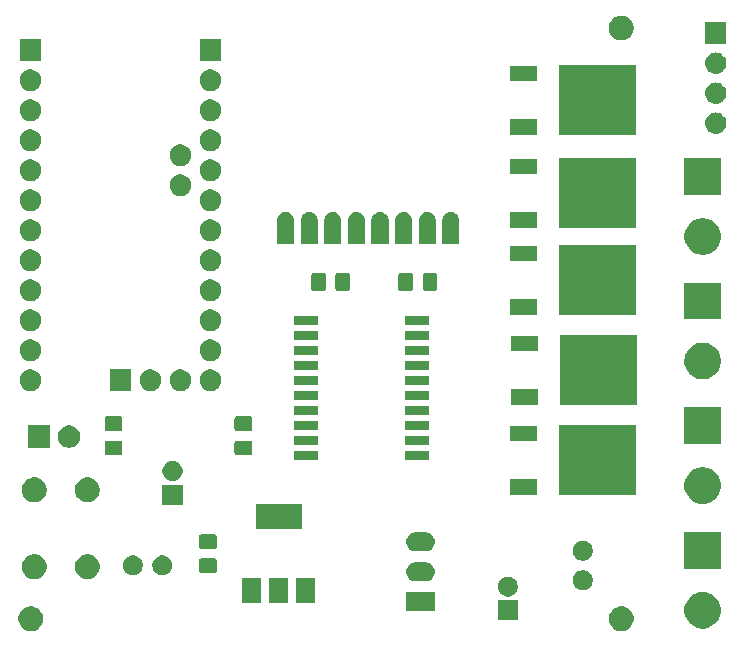
<source format=gbr>
G04 #@! TF.GenerationSoftware,KiCad,Pcbnew,(5.1.0-rc1-9-g8f320697a)*
G04 #@! TF.CreationDate,2019-02-20T21:31:05+01:00
G04 #@! TF.ProjectId,kicad,6b696361-642e-46b6-9963-61645f706362,rev?*
G04 #@! TF.SameCoordinates,Original*
G04 #@! TF.FileFunction,Soldermask,Top*
G04 #@! TF.FilePolarity,Negative*
%FSLAX46Y46*%
G04 Gerber Fmt 4.6, Leading zero omitted, Abs format (unit mm)*
G04 Created by KiCad (PCBNEW (5.1.0-rc1-9-g8f320697a)) date 2019-02-20 21:31:05*
%MOMM*%
%LPD*%
G04 APERTURE LIST*
%ADD10C,0.100000*%
G04 APERTURE END LIST*
D10*
G36*
X209306564Y-97489389D02*
G01*
X209497833Y-97568615D01*
X209497835Y-97568616D01*
X209600538Y-97637240D01*
X209669973Y-97683635D01*
X209816365Y-97830027D01*
X209931385Y-98002167D01*
X210010611Y-98193436D01*
X210051000Y-98396484D01*
X210051000Y-98603516D01*
X210010611Y-98806564D01*
X209932666Y-98994740D01*
X209931384Y-98997835D01*
X209816365Y-99169973D01*
X209669973Y-99316365D01*
X209497835Y-99431384D01*
X209497834Y-99431385D01*
X209497833Y-99431385D01*
X209306564Y-99510611D01*
X209103516Y-99551000D01*
X208896484Y-99551000D01*
X208693436Y-99510611D01*
X208502167Y-99431385D01*
X208502166Y-99431385D01*
X208502165Y-99431384D01*
X208330027Y-99316365D01*
X208183635Y-99169973D01*
X208068616Y-98997835D01*
X208067334Y-98994740D01*
X207989389Y-98806564D01*
X207949000Y-98603516D01*
X207949000Y-98396484D01*
X207989389Y-98193436D01*
X208068615Y-98002167D01*
X208183635Y-97830027D01*
X208330027Y-97683635D01*
X208399462Y-97637240D01*
X208502165Y-97568616D01*
X208502167Y-97568615D01*
X208693436Y-97489389D01*
X208896484Y-97449000D01*
X209103516Y-97449000D01*
X209306564Y-97489389D01*
X209306564Y-97489389D01*
G37*
G36*
X159306564Y-97489389D02*
G01*
X159497833Y-97568615D01*
X159497835Y-97568616D01*
X159600538Y-97637240D01*
X159669973Y-97683635D01*
X159816365Y-97830027D01*
X159931385Y-98002167D01*
X160010611Y-98193436D01*
X160051000Y-98396484D01*
X160051000Y-98603516D01*
X160010611Y-98806564D01*
X159932666Y-98994740D01*
X159931384Y-98997835D01*
X159816365Y-99169973D01*
X159669973Y-99316365D01*
X159497835Y-99431384D01*
X159497834Y-99431385D01*
X159497833Y-99431385D01*
X159306564Y-99510611D01*
X159103516Y-99551000D01*
X158896484Y-99551000D01*
X158693436Y-99510611D01*
X158502167Y-99431385D01*
X158502166Y-99431385D01*
X158502165Y-99431384D01*
X158330027Y-99316365D01*
X158183635Y-99169973D01*
X158068616Y-98997835D01*
X158067334Y-98994740D01*
X157989389Y-98806564D01*
X157949000Y-98603516D01*
X157949000Y-98396484D01*
X157989389Y-98193436D01*
X158068615Y-98002167D01*
X158183635Y-97830027D01*
X158330027Y-97683635D01*
X158399462Y-97637240D01*
X158502165Y-97568616D01*
X158502167Y-97568615D01*
X158693436Y-97489389D01*
X158896484Y-97449000D01*
X159103516Y-97449000D01*
X159306564Y-97489389D01*
X159306564Y-97489389D01*
G37*
G36*
X216202585Y-96268802D02*
G01*
X216352410Y-96298604D01*
X216634674Y-96415521D01*
X216888705Y-96585259D01*
X217104741Y-96801295D01*
X217274479Y-97055326D01*
X217391396Y-97337590D01*
X217451000Y-97637240D01*
X217451000Y-97942760D01*
X217391396Y-98242410D01*
X217274479Y-98524674D01*
X217104741Y-98778705D01*
X216888705Y-98994741D01*
X216634674Y-99164479D01*
X216352410Y-99281396D01*
X216202585Y-99311198D01*
X216052761Y-99341000D01*
X215747239Y-99341000D01*
X215597415Y-99311198D01*
X215447590Y-99281396D01*
X215165326Y-99164479D01*
X214911295Y-98994741D01*
X214695259Y-98778705D01*
X214525521Y-98524674D01*
X214408604Y-98242410D01*
X214349000Y-97942760D01*
X214349000Y-97637240D01*
X214408604Y-97337590D01*
X214525521Y-97055326D01*
X214695259Y-96801295D01*
X214911295Y-96585259D01*
X215165326Y-96415521D01*
X215447590Y-96298604D01*
X215597415Y-96268802D01*
X215747239Y-96239000D01*
X216052761Y-96239000D01*
X216202585Y-96268802D01*
X216202585Y-96268802D01*
G37*
G36*
X200241000Y-98641000D02*
G01*
X198539000Y-98641000D01*
X198539000Y-96939000D01*
X200241000Y-96939000D01*
X200241000Y-98641000D01*
X200241000Y-98641000D01*
G37*
G36*
X193201000Y-97881000D02*
G01*
X190799000Y-97881000D01*
X190799000Y-96279000D01*
X193201000Y-96279000D01*
X193201000Y-97881000D01*
X193201000Y-97881000D01*
G37*
G36*
X178501000Y-97201000D02*
G01*
X176899000Y-97201000D01*
X176899000Y-95099000D01*
X178501000Y-95099000D01*
X178501000Y-97201000D01*
X178501000Y-97201000D01*
G37*
G36*
X183101000Y-97201000D02*
G01*
X181499000Y-97201000D01*
X181499000Y-95099000D01*
X183101000Y-95099000D01*
X183101000Y-97201000D01*
X183101000Y-97201000D01*
G37*
G36*
X180801000Y-97201000D02*
G01*
X179199000Y-97201000D01*
X179199000Y-95099000D01*
X180801000Y-95099000D01*
X180801000Y-97201000D01*
X180801000Y-97201000D01*
G37*
G36*
X199638228Y-94971703D02*
G01*
X199793100Y-95035853D01*
X199932481Y-95128985D01*
X200051015Y-95247519D01*
X200144147Y-95386900D01*
X200208297Y-95541772D01*
X200241000Y-95706184D01*
X200241000Y-95873816D01*
X200208297Y-96038228D01*
X200144147Y-96193100D01*
X200051015Y-96332481D01*
X199932481Y-96451015D01*
X199793100Y-96544147D01*
X199638228Y-96608297D01*
X199473816Y-96641000D01*
X199306184Y-96641000D01*
X199141772Y-96608297D01*
X198986900Y-96544147D01*
X198847519Y-96451015D01*
X198728985Y-96332481D01*
X198635853Y-96193100D01*
X198571703Y-96038228D01*
X198539000Y-95873816D01*
X198539000Y-95706184D01*
X198571703Y-95541772D01*
X198635853Y-95386900D01*
X198728985Y-95247519D01*
X198847519Y-95128985D01*
X198986900Y-95035853D01*
X199141772Y-94971703D01*
X199306184Y-94939000D01*
X199473816Y-94939000D01*
X199638228Y-94971703D01*
X199638228Y-94971703D01*
G37*
G36*
X205988228Y-94431703D02*
G01*
X206143100Y-94495853D01*
X206282481Y-94588985D01*
X206401015Y-94707519D01*
X206494147Y-94846900D01*
X206558297Y-95001772D01*
X206591000Y-95166184D01*
X206591000Y-95333816D01*
X206558297Y-95498228D01*
X206494147Y-95653100D01*
X206401015Y-95792481D01*
X206282481Y-95911015D01*
X206143100Y-96004147D01*
X205988228Y-96068297D01*
X205823816Y-96101000D01*
X205656184Y-96101000D01*
X205491772Y-96068297D01*
X205336900Y-96004147D01*
X205197519Y-95911015D01*
X205078985Y-95792481D01*
X204985853Y-95653100D01*
X204921703Y-95498228D01*
X204889000Y-95333816D01*
X204889000Y-95166184D01*
X204921703Y-95001772D01*
X204985853Y-94846900D01*
X205078985Y-94707519D01*
X205197519Y-94588985D01*
X205336900Y-94495853D01*
X205491772Y-94431703D01*
X205656184Y-94399000D01*
X205823816Y-94399000D01*
X205988228Y-94431703D01*
X205988228Y-94431703D01*
G37*
G36*
X192478571Y-93742863D02*
G01*
X192557023Y-93750590D01*
X192657682Y-93781125D01*
X192708013Y-93796392D01*
X192847165Y-93870771D01*
X192969133Y-93970867D01*
X193069229Y-94092835D01*
X193143608Y-94231987D01*
X193148535Y-94248229D01*
X193189410Y-94382977D01*
X193204875Y-94540000D01*
X193189410Y-94697023D01*
X193172081Y-94754148D01*
X193143608Y-94848013D01*
X193069229Y-94987165D01*
X192969133Y-95109133D01*
X192847165Y-95209229D01*
X192708013Y-95283608D01*
X192657682Y-95298875D01*
X192557023Y-95329410D01*
X192478571Y-95337137D01*
X192439346Y-95341000D01*
X191560654Y-95341000D01*
X191521429Y-95337137D01*
X191442977Y-95329410D01*
X191342318Y-95298875D01*
X191291987Y-95283608D01*
X191152835Y-95209229D01*
X191030867Y-95109133D01*
X190930771Y-94987165D01*
X190856392Y-94848013D01*
X190827919Y-94754148D01*
X190810590Y-94697023D01*
X190795125Y-94540000D01*
X190810590Y-94382977D01*
X190851465Y-94248229D01*
X190856392Y-94231987D01*
X190930771Y-94092835D01*
X191030867Y-93970867D01*
X191152835Y-93870771D01*
X191291987Y-93796392D01*
X191342318Y-93781125D01*
X191442977Y-93750590D01*
X191521429Y-93742863D01*
X191560654Y-93739000D01*
X192439346Y-93739000D01*
X192478571Y-93742863D01*
X192478571Y-93742863D01*
G37*
G36*
X164106564Y-93089389D02*
G01*
X164260369Y-93153097D01*
X164297835Y-93168616D01*
X164469973Y-93283635D01*
X164616365Y-93430027D01*
X164730606Y-93601000D01*
X164731385Y-93602167D01*
X164810611Y-93793436D01*
X164851000Y-93996484D01*
X164851000Y-94203516D01*
X164810611Y-94406564D01*
X164755340Y-94540000D01*
X164731384Y-94597835D01*
X164616365Y-94769973D01*
X164469973Y-94916365D01*
X164297835Y-95031384D01*
X164297834Y-95031385D01*
X164297833Y-95031385D01*
X164106564Y-95110611D01*
X163903516Y-95151000D01*
X163696484Y-95151000D01*
X163493436Y-95110611D01*
X163302167Y-95031385D01*
X163302166Y-95031385D01*
X163302165Y-95031384D01*
X163130027Y-94916365D01*
X162983635Y-94769973D01*
X162868616Y-94597835D01*
X162844660Y-94540000D01*
X162789389Y-94406564D01*
X162749000Y-94203516D01*
X162749000Y-93996484D01*
X162789389Y-93793436D01*
X162868615Y-93602167D01*
X162869395Y-93601000D01*
X162983635Y-93430027D01*
X163130027Y-93283635D01*
X163302165Y-93168616D01*
X163339631Y-93153097D01*
X163493436Y-93089389D01*
X163696484Y-93049000D01*
X163903516Y-93049000D01*
X164106564Y-93089389D01*
X164106564Y-93089389D01*
G37*
G36*
X159606564Y-93089389D02*
G01*
X159760369Y-93153097D01*
X159797835Y-93168616D01*
X159969973Y-93283635D01*
X160116365Y-93430027D01*
X160230606Y-93601000D01*
X160231385Y-93602167D01*
X160310611Y-93793436D01*
X160351000Y-93996484D01*
X160351000Y-94203516D01*
X160310611Y-94406564D01*
X160255340Y-94540000D01*
X160231384Y-94597835D01*
X160116365Y-94769973D01*
X159969973Y-94916365D01*
X159797835Y-95031384D01*
X159797834Y-95031385D01*
X159797833Y-95031385D01*
X159606564Y-95110611D01*
X159403516Y-95151000D01*
X159196484Y-95151000D01*
X158993436Y-95110611D01*
X158802167Y-95031385D01*
X158802166Y-95031385D01*
X158802165Y-95031384D01*
X158630027Y-94916365D01*
X158483635Y-94769973D01*
X158368616Y-94597835D01*
X158344660Y-94540000D01*
X158289389Y-94406564D01*
X158249000Y-94203516D01*
X158249000Y-93996484D01*
X158289389Y-93793436D01*
X158368615Y-93602167D01*
X158369395Y-93601000D01*
X158483635Y-93430027D01*
X158630027Y-93283635D01*
X158802165Y-93168616D01*
X158839631Y-93153097D01*
X158993436Y-93089389D01*
X159196484Y-93049000D01*
X159403516Y-93049000D01*
X159606564Y-93089389D01*
X159606564Y-93089389D01*
G37*
G36*
X167888228Y-93181703D02*
G01*
X168043100Y-93245853D01*
X168182481Y-93338985D01*
X168301015Y-93457519D01*
X168394147Y-93596900D01*
X168458297Y-93751772D01*
X168491000Y-93916184D01*
X168491000Y-94083816D01*
X168458297Y-94248228D01*
X168394147Y-94403100D01*
X168301015Y-94542481D01*
X168182481Y-94661015D01*
X168043100Y-94754147D01*
X167888228Y-94818297D01*
X167723816Y-94851000D01*
X167556184Y-94851000D01*
X167391772Y-94818297D01*
X167236900Y-94754147D01*
X167097519Y-94661015D01*
X166978985Y-94542481D01*
X166885853Y-94403100D01*
X166821703Y-94248228D01*
X166789000Y-94083816D01*
X166789000Y-93916184D01*
X166821703Y-93751772D01*
X166885853Y-93596900D01*
X166978985Y-93457519D01*
X167097519Y-93338985D01*
X167236900Y-93245853D01*
X167391772Y-93181703D01*
X167556184Y-93149000D01*
X167723816Y-93149000D01*
X167888228Y-93181703D01*
X167888228Y-93181703D01*
G37*
G36*
X170388228Y-93181703D02*
G01*
X170543100Y-93245853D01*
X170682481Y-93338985D01*
X170801015Y-93457519D01*
X170894147Y-93596900D01*
X170958297Y-93751772D01*
X170991000Y-93916184D01*
X170991000Y-94083816D01*
X170958297Y-94248228D01*
X170894147Y-94403100D01*
X170801015Y-94542481D01*
X170682481Y-94661015D01*
X170543100Y-94754147D01*
X170388228Y-94818297D01*
X170223816Y-94851000D01*
X170056184Y-94851000D01*
X169891772Y-94818297D01*
X169736900Y-94754147D01*
X169597519Y-94661015D01*
X169478985Y-94542481D01*
X169385853Y-94403100D01*
X169321703Y-94248228D01*
X169289000Y-94083816D01*
X169289000Y-93916184D01*
X169321703Y-93751772D01*
X169385853Y-93596900D01*
X169478985Y-93457519D01*
X169597519Y-93338985D01*
X169736900Y-93245853D01*
X169891772Y-93181703D01*
X170056184Y-93149000D01*
X170223816Y-93149000D01*
X170388228Y-93181703D01*
X170388228Y-93181703D01*
G37*
G36*
X174588674Y-93403465D02*
G01*
X174626367Y-93414899D01*
X174661103Y-93433466D01*
X174691548Y-93458452D01*
X174716534Y-93488897D01*
X174735101Y-93523633D01*
X174746535Y-93561326D01*
X174751000Y-93606661D01*
X174751000Y-94443339D01*
X174746535Y-94488674D01*
X174735101Y-94526367D01*
X174716534Y-94561103D01*
X174691548Y-94591548D01*
X174661103Y-94616534D01*
X174626367Y-94635101D01*
X174588674Y-94646535D01*
X174543339Y-94651000D01*
X173456661Y-94651000D01*
X173411326Y-94646535D01*
X173373633Y-94635101D01*
X173338897Y-94616534D01*
X173308452Y-94591548D01*
X173283466Y-94561103D01*
X173264899Y-94526367D01*
X173253465Y-94488674D01*
X173249000Y-94443339D01*
X173249000Y-93606661D01*
X173253465Y-93561326D01*
X173264899Y-93523633D01*
X173283466Y-93488897D01*
X173308452Y-93458452D01*
X173338897Y-93433466D01*
X173373633Y-93414899D01*
X173411326Y-93403465D01*
X173456661Y-93399000D01*
X174543339Y-93399000D01*
X174588674Y-93403465D01*
X174588674Y-93403465D01*
G37*
G36*
X217451000Y-94261000D02*
G01*
X214349000Y-94261000D01*
X214349000Y-91159000D01*
X217451000Y-91159000D01*
X217451000Y-94261000D01*
X217451000Y-94261000D01*
G37*
G36*
X205988228Y-91931703D02*
G01*
X206143100Y-91995853D01*
X206282481Y-92088985D01*
X206401015Y-92207519D01*
X206494147Y-92346900D01*
X206558297Y-92501772D01*
X206591000Y-92666184D01*
X206591000Y-92833816D01*
X206558297Y-92998228D01*
X206494147Y-93153100D01*
X206401015Y-93292481D01*
X206282481Y-93411015D01*
X206143100Y-93504147D01*
X205988228Y-93568297D01*
X205823816Y-93601000D01*
X205656184Y-93601000D01*
X205491772Y-93568297D01*
X205336900Y-93504147D01*
X205197519Y-93411015D01*
X205078985Y-93292481D01*
X204985853Y-93153100D01*
X204921703Y-92998228D01*
X204889000Y-92833816D01*
X204889000Y-92666184D01*
X204921703Y-92501772D01*
X204985853Y-92346900D01*
X205078985Y-92207519D01*
X205197519Y-92088985D01*
X205336900Y-91995853D01*
X205491772Y-91931703D01*
X205656184Y-91899000D01*
X205823816Y-91899000D01*
X205988228Y-91931703D01*
X205988228Y-91931703D01*
G37*
G36*
X192478571Y-91202863D02*
G01*
X192557023Y-91210590D01*
X192657682Y-91241125D01*
X192708013Y-91256392D01*
X192847165Y-91330771D01*
X192969133Y-91430867D01*
X193069229Y-91552835D01*
X193143608Y-91691987D01*
X193143608Y-91691988D01*
X193189410Y-91842977D01*
X193204875Y-92000000D01*
X193189410Y-92157023D01*
X193174092Y-92207519D01*
X193143608Y-92308013D01*
X193069229Y-92447165D01*
X192969133Y-92569133D01*
X192847165Y-92669229D01*
X192708013Y-92743608D01*
X192657682Y-92758875D01*
X192557023Y-92789410D01*
X192478571Y-92797137D01*
X192439346Y-92801000D01*
X191560654Y-92801000D01*
X191521429Y-92797137D01*
X191442977Y-92789410D01*
X191342318Y-92758875D01*
X191291987Y-92743608D01*
X191152835Y-92669229D01*
X191030867Y-92569133D01*
X190930771Y-92447165D01*
X190856392Y-92308013D01*
X190825908Y-92207519D01*
X190810590Y-92157023D01*
X190795125Y-92000000D01*
X190810590Y-91842977D01*
X190856392Y-91691988D01*
X190856392Y-91691987D01*
X190930771Y-91552835D01*
X191030867Y-91430867D01*
X191152835Y-91330771D01*
X191291987Y-91256392D01*
X191342318Y-91241125D01*
X191442977Y-91210590D01*
X191521429Y-91202863D01*
X191560654Y-91199000D01*
X192439346Y-91199000D01*
X192478571Y-91202863D01*
X192478571Y-91202863D01*
G37*
G36*
X174588674Y-91353465D02*
G01*
X174626367Y-91364899D01*
X174661103Y-91383466D01*
X174691548Y-91408452D01*
X174716534Y-91438897D01*
X174735101Y-91473633D01*
X174746535Y-91511326D01*
X174751000Y-91556661D01*
X174751000Y-92393339D01*
X174746535Y-92438674D01*
X174735101Y-92476367D01*
X174716534Y-92511103D01*
X174691548Y-92541548D01*
X174661103Y-92566534D01*
X174626367Y-92585101D01*
X174588674Y-92596535D01*
X174543339Y-92601000D01*
X173456661Y-92601000D01*
X173411326Y-92596535D01*
X173373633Y-92585101D01*
X173338897Y-92566534D01*
X173308452Y-92541548D01*
X173283466Y-92511103D01*
X173264899Y-92476367D01*
X173253465Y-92438674D01*
X173249000Y-92393339D01*
X173249000Y-91556661D01*
X173253465Y-91511326D01*
X173264899Y-91473633D01*
X173283466Y-91438897D01*
X173308452Y-91408452D01*
X173338897Y-91383466D01*
X173373633Y-91364899D01*
X173411326Y-91353465D01*
X173456661Y-91349000D01*
X174543339Y-91349000D01*
X174588674Y-91353465D01*
X174588674Y-91353465D01*
G37*
G36*
X181951000Y-90901000D02*
G01*
X178049000Y-90901000D01*
X178049000Y-88799000D01*
X181951000Y-88799000D01*
X181951000Y-90901000D01*
X181951000Y-90901000D01*
G37*
G36*
X171851000Y-88851000D02*
G01*
X170149000Y-88851000D01*
X170149000Y-87149000D01*
X171851000Y-87149000D01*
X171851000Y-88851000D01*
X171851000Y-88851000D01*
G37*
G36*
X216202585Y-85728802D02*
G01*
X216352410Y-85758604D01*
X216634674Y-85875521D01*
X216888705Y-86045259D01*
X217104741Y-86261295D01*
X217274479Y-86515326D01*
X217391396Y-86797590D01*
X217451000Y-87097240D01*
X217451000Y-87402760D01*
X217391396Y-87702410D01*
X217274479Y-87984674D01*
X217104741Y-88238705D01*
X216888705Y-88454741D01*
X216634674Y-88624479D01*
X216352410Y-88741396D01*
X216202585Y-88771198D01*
X216052761Y-88801000D01*
X215747239Y-88801000D01*
X215597415Y-88771198D01*
X215447590Y-88741396D01*
X215165326Y-88624479D01*
X214911295Y-88454741D01*
X214695259Y-88238705D01*
X214525521Y-87984674D01*
X214408604Y-87702410D01*
X214349000Y-87402760D01*
X214349000Y-87097240D01*
X214408604Y-86797590D01*
X214525521Y-86515326D01*
X214695259Y-86261295D01*
X214911295Y-86045259D01*
X215165326Y-85875521D01*
X215447590Y-85758604D01*
X215597415Y-85728802D01*
X215747239Y-85699000D01*
X216052761Y-85699000D01*
X216202585Y-85728802D01*
X216202585Y-85728802D01*
G37*
G36*
X159606564Y-86589389D02*
G01*
X159797833Y-86668615D01*
X159797835Y-86668616D01*
X159969973Y-86783635D01*
X160116365Y-86930027D01*
X160228093Y-87097239D01*
X160231385Y-87102167D01*
X160310611Y-87293436D01*
X160351000Y-87496484D01*
X160351000Y-87703516D01*
X160310611Y-87906564D01*
X160263210Y-88021000D01*
X160231384Y-88097835D01*
X160116365Y-88269973D01*
X159969973Y-88416365D01*
X159797835Y-88531384D01*
X159797834Y-88531385D01*
X159797833Y-88531385D01*
X159606564Y-88610611D01*
X159403516Y-88651000D01*
X159196484Y-88651000D01*
X158993436Y-88610611D01*
X158802167Y-88531385D01*
X158802166Y-88531385D01*
X158802165Y-88531384D01*
X158630027Y-88416365D01*
X158483635Y-88269973D01*
X158368616Y-88097835D01*
X158336790Y-88021000D01*
X158289389Y-87906564D01*
X158249000Y-87703516D01*
X158249000Y-87496484D01*
X158289389Y-87293436D01*
X158368615Y-87102167D01*
X158371908Y-87097239D01*
X158483635Y-86930027D01*
X158630027Y-86783635D01*
X158802165Y-86668616D01*
X158802167Y-86668615D01*
X158993436Y-86589389D01*
X159196484Y-86549000D01*
X159403516Y-86549000D01*
X159606564Y-86589389D01*
X159606564Y-86589389D01*
G37*
G36*
X164106564Y-86589389D02*
G01*
X164297833Y-86668615D01*
X164297835Y-86668616D01*
X164469973Y-86783635D01*
X164616365Y-86930027D01*
X164728093Y-87097239D01*
X164731385Y-87102167D01*
X164810611Y-87293436D01*
X164851000Y-87496484D01*
X164851000Y-87703516D01*
X164810611Y-87906564D01*
X164763210Y-88021000D01*
X164731384Y-88097835D01*
X164616365Y-88269973D01*
X164469973Y-88416365D01*
X164297835Y-88531384D01*
X164297834Y-88531385D01*
X164297833Y-88531385D01*
X164106564Y-88610611D01*
X163903516Y-88651000D01*
X163696484Y-88651000D01*
X163493436Y-88610611D01*
X163302167Y-88531385D01*
X163302166Y-88531385D01*
X163302165Y-88531384D01*
X163130027Y-88416365D01*
X162983635Y-88269973D01*
X162868616Y-88097835D01*
X162836790Y-88021000D01*
X162789389Y-87906564D01*
X162749000Y-87703516D01*
X162749000Y-87496484D01*
X162789389Y-87293436D01*
X162868615Y-87102167D01*
X162871908Y-87097239D01*
X162983635Y-86930027D01*
X163130027Y-86783635D01*
X163302165Y-86668616D01*
X163302167Y-86668615D01*
X163493436Y-86589389D01*
X163696484Y-86549000D01*
X163903516Y-86549000D01*
X164106564Y-86589389D01*
X164106564Y-86589389D01*
G37*
G36*
X210261000Y-88041000D02*
G01*
X203759000Y-88041000D01*
X203759000Y-82139000D01*
X210261000Y-82139000D01*
X210261000Y-88041000D01*
X210261000Y-88041000D01*
G37*
G36*
X201861000Y-88021000D02*
G01*
X199559000Y-88021000D01*
X199559000Y-86719000D01*
X201861000Y-86719000D01*
X201861000Y-88021000D01*
X201861000Y-88021000D01*
G37*
G36*
X171248228Y-85181703D02*
G01*
X171403100Y-85245853D01*
X171542481Y-85338985D01*
X171661015Y-85457519D01*
X171754147Y-85596900D01*
X171818297Y-85751772D01*
X171851000Y-85916184D01*
X171851000Y-86083816D01*
X171818297Y-86248228D01*
X171754147Y-86403100D01*
X171661015Y-86542481D01*
X171542481Y-86661015D01*
X171403100Y-86754147D01*
X171248228Y-86818297D01*
X171083816Y-86851000D01*
X170916184Y-86851000D01*
X170751772Y-86818297D01*
X170596900Y-86754147D01*
X170457519Y-86661015D01*
X170338985Y-86542481D01*
X170245853Y-86403100D01*
X170181703Y-86248228D01*
X170149000Y-86083816D01*
X170149000Y-85916184D01*
X170181703Y-85751772D01*
X170245853Y-85596900D01*
X170338985Y-85457519D01*
X170457519Y-85338985D01*
X170596900Y-85245853D01*
X170751772Y-85181703D01*
X170916184Y-85149000D01*
X171083816Y-85149000D01*
X171248228Y-85181703D01*
X171248228Y-85181703D01*
G37*
G36*
X192751000Y-85116000D02*
G01*
X190699000Y-85116000D01*
X190699000Y-84314000D01*
X192751000Y-84314000D01*
X192751000Y-85116000D01*
X192751000Y-85116000D01*
G37*
G36*
X183301000Y-85116000D02*
G01*
X181249000Y-85116000D01*
X181249000Y-84314000D01*
X183301000Y-84314000D01*
X183301000Y-85116000D01*
X183301000Y-85116000D01*
G37*
G36*
X166588674Y-83428465D02*
G01*
X166626367Y-83439899D01*
X166661103Y-83458466D01*
X166691548Y-83483452D01*
X166716534Y-83513897D01*
X166735101Y-83548633D01*
X166746535Y-83586326D01*
X166751000Y-83631661D01*
X166751000Y-84468339D01*
X166746535Y-84513674D01*
X166735101Y-84551367D01*
X166716534Y-84586103D01*
X166691548Y-84616548D01*
X166661103Y-84641534D01*
X166626367Y-84660101D01*
X166588674Y-84671535D01*
X166543339Y-84676000D01*
X165456661Y-84676000D01*
X165411326Y-84671535D01*
X165373633Y-84660101D01*
X165338897Y-84641534D01*
X165308452Y-84616548D01*
X165283466Y-84586103D01*
X165264899Y-84551367D01*
X165253465Y-84513674D01*
X165249000Y-84468339D01*
X165249000Y-83631661D01*
X165253465Y-83586326D01*
X165264899Y-83548633D01*
X165283466Y-83513897D01*
X165308452Y-83483452D01*
X165338897Y-83458466D01*
X165373633Y-83439899D01*
X165411326Y-83428465D01*
X165456661Y-83424000D01*
X166543339Y-83424000D01*
X166588674Y-83428465D01*
X166588674Y-83428465D01*
G37*
G36*
X177588674Y-83428465D02*
G01*
X177626367Y-83439899D01*
X177661103Y-83458466D01*
X177691548Y-83483452D01*
X177716534Y-83513897D01*
X177735101Y-83548633D01*
X177746535Y-83586326D01*
X177751000Y-83631661D01*
X177751000Y-84468339D01*
X177746535Y-84513674D01*
X177735101Y-84551367D01*
X177716534Y-84586103D01*
X177691548Y-84616548D01*
X177661103Y-84641534D01*
X177626367Y-84660101D01*
X177588674Y-84671535D01*
X177543339Y-84676000D01*
X176456661Y-84676000D01*
X176411326Y-84671535D01*
X176373633Y-84660101D01*
X176338897Y-84641534D01*
X176308452Y-84616548D01*
X176283466Y-84586103D01*
X176264899Y-84551367D01*
X176253465Y-84513674D01*
X176249000Y-84468339D01*
X176249000Y-83631661D01*
X176253465Y-83586326D01*
X176264899Y-83548633D01*
X176283466Y-83513897D01*
X176308452Y-83483452D01*
X176338897Y-83458466D01*
X176373633Y-83439899D01*
X176411326Y-83428465D01*
X176456661Y-83424000D01*
X177543339Y-83424000D01*
X177588674Y-83428465D01*
X177588674Y-83428465D01*
G37*
G36*
X160651000Y-84051000D02*
G01*
X158749000Y-84051000D01*
X158749000Y-82149000D01*
X160651000Y-82149000D01*
X160651000Y-84051000D01*
X160651000Y-84051000D01*
G37*
G36*
X162517395Y-82185546D02*
G01*
X162690466Y-82257234D01*
X162690467Y-82257235D01*
X162846227Y-82361310D01*
X162978690Y-82493773D01*
X162978691Y-82493775D01*
X163082766Y-82649534D01*
X163154454Y-82822605D01*
X163191000Y-83006333D01*
X163191000Y-83193667D01*
X163154454Y-83377395D01*
X163082766Y-83550466D01*
X163082765Y-83550467D01*
X162978690Y-83706227D01*
X162846227Y-83838690D01*
X162767818Y-83891081D01*
X162690466Y-83942766D01*
X162517395Y-84014454D01*
X162333667Y-84051000D01*
X162146333Y-84051000D01*
X161962605Y-84014454D01*
X161789534Y-83942766D01*
X161712182Y-83891081D01*
X161633773Y-83838690D01*
X161501310Y-83706227D01*
X161397235Y-83550467D01*
X161397234Y-83550466D01*
X161325546Y-83377395D01*
X161289000Y-83193667D01*
X161289000Y-83006333D01*
X161325546Y-82822605D01*
X161397234Y-82649534D01*
X161501309Y-82493775D01*
X161501310Y-82493773D01*
X161633773Y-82361310D01*
X161789533Y-82257235D01*
X161789534Y-82257234D01*
X161962605Y-82185546D01*
X162146333Y-82149000D01*
X162333667Y-82149000D01*
X162517395Y-82185546D01*
X162517395Y-82185546D01*
G37*
G36*
X192751000Y-83846000D02*
G01*
X190699000Y-83846000D01*
X190699000Y-83044000D01*
X192751000Y-83044000D01*
X192751000Y-83846000D01*
X192751000Y-83846000D01*
G37*
G36*
X183301000Y-83846000D02*
G01*
X181249000Y-83846000D01*
X181249000Y-83044000D01*
X183301000Y-83044000D01*
X183301000Y-83846000D01*
X183301000Y-83846000D01*
G37*
G36*
X217451000Y-83721000D02*
G01*
X214349000Y-83721000D01*
X214349000Y-80619000D01*
X217451000Y-80619000D01*
X217451000Y-83721000D01*
X217451000Y-83721000D01*
G37*
G36*
X201861000Y-83461000D02*
G01*
X199559000Y-83461000D01*
X199559000Y-82159000D01*
X201861000Y-82159000D01*
X201861000Y-83461000D01*
X201861000Y-83461000D01*
G37*
G36*
X166588674Y-81378465D02*
G01*
X166626367Y-81389899D01*
X166661103Y-81408466D01*
X166691548Y-81433452D01*
X166716534Y-81463897D01*
X166735101Y-81498633D01*
X166746535Y-81536326D01*
X166751000Y-81581661D01*
X166751000Y-82418339D01*
X166746535Y-82463674D01*
X166735101Y-82501367D01*
X166716534Y-82536103D01*
X166691548Y-82566548D01*
X166661103Y-82591534D01*
X166626367Y-82610101D01*
X166588674Y-82621535D01*
X166543339Y-82626000D01*
X165456661Y-82626000D01*
X165411326Y-82621535D01*
X165373633Y-82610101D01*
X165338897Y-82591534D01*
X165308452Y-82566548D01*
X165283466Y-82536103D01*
X165264899Y-82501367D01*
X165253465Y-82463674D01*
X165249000Y-82418339D01*
X165249000Y-81581661D01*
X165253465Y-81536326D01*
X165264899Y-81498633D01*
X165283466Y-81463897D01*
X165308452Y-81433452D01*
X165338897Y-81408466D01*
X165373633Y-81389899D01*
X165411326Y-81378465D01*
X165456661Y-81374000D01*
X166543339Y-81374000D01*
X166588674Y-81378465D01*
X166588674Y-81378465D01*
G37*
G36*
X177588674Y-81378465D02*
G01*
X177626367Y-81389899D01*
X177661103Y-81408466D01*
X177691548Y-81433452D01*
X177716534Y-81463897D01*
X177735101Y-81498633D01*
X177746535Y-81536326D01*
X177751000Y-81581661D01*
X177751000Y-82418339D01*
X177746535Y-82463674D01*
X177735101Y-82501367D01*
X177716534Y-82536103D01*
X177691548Y-82566548D01*
X177661103Y-82591534D01*
X177626367Y-82610101D01*
X177588674Y-82621535D01*
X177543339Y-82626000D01*
X176456661Y-82626000D01*
X176411326Y-82621535D01*
X176373633Y-82610101D01*
X176338897Y-82591534D01*
X176308452Y-82566548D01*
X176283466Y-82536103D01*
X176264899Y-82501367D01*
X176253465Y-82463674D01*
X176249000Y-82418339D01*
X176249000Y-81581661D01*
X176253465Y-81536326D01*
X176264899Y-81498633D01*
X176283466Y-81463897D01*
X176308452Y-81433452D01*
X176338897Y-81408466D01*
X176373633Y-81389899D01*
X176411326Y-81378465D01*
X176456661Y-81374000D01*
X177543339Y-81374000D01*
X177588674Y-81378465D01*
X177588674Y-81378465D01*
G37*
G36*
X183301000Y-82576000D02*
G01*
X181249000Y-82576000D01*
X181249000Y-81774000D01*
X183301000Y-81774000D01*
X183301000Y-82576000D01*
X183301000Y-82576000D01*
G37*
G36*
X192751000Y-82576000D02*
G01*
X190699000Y-82576000D01*
X190699000Y-81774000D01*
X192751000Y-81774000D01*
X192751000Y-82576000D01*
X192751000Y-82576000D01*
G37*
G36*
X183301000Y-81306000D02*
G01*
X181249000Y-81306000D01*
X181249000Y-80504000D01*
X183301000Y-80504000D01*
X183301000Y-81306000D01*
X183301000Y-81306000D01*
G37*
G36*
X192751000Y-81306000D02*
G01*
X190699000Y-81306000D01*
X190699000Y-80504000D01*
X192751000Y-80504000D01*
X192751000Y-81306000D01*
X192751000Y-81306000D01*
G37*
G36*
X210351000Y-80421000D02*
G01*
X203849000Y-80421000D01*
X203849000Y-74519000D01*
X210351000Y-74519000D01*
X210351000Y-80421000D01*
X210351000Y-80421000D01*
G37*
G36*
X201951000Y-80401000D02*
G01*
X199649000Y-80401000D01*
X199649000Y-79099000D01*
X201951000Y-79099000D01*
X201951000Y-80401000D01*
X201951000Y-80401000D01*
G37*
G36*
X192751000Y-80036000D02*
G01*
X190699000Y-80036000D01*
X190699000Y-79234000D01*
X192751000Y-79234000D01*
X192751000Y-80036000D01*
X192751000Y-80036000D01*
G37*
G36*
X183301000Y-80036000D02*
G01*
X181249000Y-80036000D01*
X181249000Y-79234000D01*
X183301000Y-79234000D01*
X183301000Y-80036000D01*
X183301000Y-80036000D01*
G37*
G36*
X169395778Y-77442047D02*
G01*
X169562224Y-77510991D01*
X169712022Y-77611083D01*
X169839417Y-77738478D01*
X169939509Y-77888276D01*
X170008453Y-78054722D01*
X170043600Y-78231418D01*
X170043600Y-78411582D01*
X170008453Y-78588278D01*
X169939509Y-78754724D01*
X169839417Y-78904522D01*
X169712022Y-79031917D01*
X169562224Y-79132009D01*
X169395778Y-79200953D01*
X169219082Y-79236100D01*
X169038918Y-79236100D01*
X168862222Y-79200953D01*
X168695776Y-79132009D01*
X168545978Y-79031917D01*
X168418583Y-78904522D01*
X168318491Y-78754724D01*
X168249547Y-78588278D01*
X168214400Y-78411582D01*
X168214400Y-78231418D01*
X168249547Y-78054722D01*
X168318491Y-77888276D01*
X168418583Y-77738478D01*
X168545978Y-77611083D01*
X168695776Y-77510991D01*
X168862222Y-77442047D01*
X169038918Y-77406900D01*
X169219082Y-77406900D01*
X169395778Y-77442047D01*
X169395778Y-77442047D01*
G37*
G36*
X171935778Y-77442047D02*
G01*
X172102224Y-77510991D01*
X172252022Y-77611083D01*
X172379417Y-77738478D01*
X172479509Y-77888276D01*
X172548453Y-78054722D01*
X172583600Y-78231418D01*
X172583600Y-78411582D01*
X172548453Y-78588278D01*
X172479509Y-78754724D01*
X172379417Y-78904522D01*
X172252022Y-79031917D01*
X172102224Y-79132009D01*
X171935778Y-79200953D01*
X171759082Y-79236100D01*
X171578918Y-79236100D01*
X171402222Y-79200953D01*
X171235776Y-79132009D01*
X171085978Y-79031917D01*
X170958583Y-78904522D01*
X170858491Y-78754724D01*
X170789547Y-78588278D01*
X170754400Y-78411582D01*
X170754400Y-78231418D01*
X170789547Y-78054722D01*
X170858491Y-77888276D01*
X170958583Y-77738478D01*
X171085978Y-77611083D01*
X171235776Y-77510991D01*
X171402222Y-77442047D01*
X171578918Y-77406900D01*
X171759082Y-77406900D01*
X171935778Y-77442047D01*
X171935778Y-77442047D01*
G37*
G36*
X174475778Y-77442047D02*
G01*
X174642224Y-77510991D01*
X174792022Y-77611083D01*
X174919417Y-77738478D01*
X175019509Y-77888276D01*
X175088453Y-78054722D01*
X175123600Y-78231418D01*
X175123600Y-78411582D01*
X175088453Y-78588278D01*
X175019509Y-78754724D01*
X174919417Y-78904522D01*
X174792022Y-79031917D01*
X174642224Y-79132009D01*
X174475778Y-79200953D01*
X174299082Y-79236100D01*
X174118918Y-79236100D01*
X173942222Y-79200953D01*
X173775776Y-79132009D01*
X173625978Y-79031917D01*
X173498583Y-78904522D01*
X173398491Y-78754724D01*
X173329547Y-78588278D01*
X173294400Y-78411582D01*
X173294400Y-78231418D01*
X173329547Y-78054722D01*
X173398491Y-77888276D01*
X173498583Y-77738478D01*
X173625978Y-77611083D01*
X173775776Y-77510991D01*
X173942222Y-77442047D01*
X174118918Y-77406900D01*
X174299082Y-77406900D01*
X174475778Y-77442047D01*
X174475778Y-77442047D01*
G37*
G36*
X159235778Y-77442047D02*
G01*
X159402224Y-77510991D01*
X159552022Y-77611083D01*
X159679417Y-77738478D01*
X159779509Y-77888276D01*
X159848453Y-78054722D01*
X159883600Y-78231418D01*
X159883600Y-78411582D01*
X159848453Y-78588278D01*
X159779509Y-78754724D01*
X159679417Y-78904522D01*
X159552022Y-79031917D01*
X159402224Y-79132009D01*
X159235778Y-79200953D01*
X159059082Y-79236100D01*
X158878918Y-79236100D01*
X158702222Y-79200953D01*
X158535776Y-79132009D01*
X158385978Y-79031917D01*
X158258583Y-78904522D01*
X158158491Y-78754724D01*
X158089547Y-78588278D01*
X158054400Y-78411582D01*
X158054400Y-78231418D01*
X158089547Y-78054722D01*
X158158491Y-77888276D01*
X158258583Y-77738478D01*
X158385978Y-77611083D01*
X158535776Y-77510991D01*
X158702222Y-77442047D01*
X158878918Y-77406900D01*
X159059082Y-77406900D01*
X159235778Y-77442047D01*
X159235778Y-77442047D01*
G37*
G36*
X167503600Y-79236100D02*
G01*
X165674400Y-79236100D01*
X165674400Y-77406900D01*
X167503600Y-77406900D01*
X167503600Y-79236100D01*
X167503600Y-79236100D01*
G37*
G36*
X192751000Y-78766000D02*
G01*
X190699000Y-78766000D01*
X190699000Y-77964000D01*
X192751000Y-77964000D01*
X192751000Y-78766000D01*
X192751000Y-78766000D01*
G37*
G36*
X183301000Y-78766000D02*
G01*
X181249000Y-78766000D01*
X181249000Y-77964000D01*
X183301000Y-77964000D01*
X183301000Y-78766000D01*
X183301000Y-78766000D01*
G37*
G36*
X216202585Y-75178802D02*
G01*
X216352410Y-75208604D01*
X216634674Y-75325521D01*
X216888705Y-75495259D01*
X217104741Y-75711295D01*
X217274479Y-75965326D01*
X217382453Y-76226000D01*
X217391396Y-76247591D01*
X217439996Y-76491916D01*
X217451000Y-76547240D01*
X217451000Y-76852760D01*
X217391396Y-77152410D01*
X217274479Y-77434674D01*
X217104741Y-77688705D01*
X216888705Y-77904741D01*
X216634674Y-78074479D01*
X216352410Y-78191396D01*
X216202585Y-78221198D01*
X216052761Y-78251000D01*
X215747239Y-78251000D01*
X215597415Y-78221198D01*
X215447590Y-78191396D01*
X215165326Y-78074479D01*
X214911295Y-77904741D01*
X214695259Y-77688705D01*
X214525521Y-77434674D01*
X214408604Y-77152410D01*
X214349000Y-76852760D01*
X214349000Y-76547240D01*
X214360005Y-76491916D01*
X214408604Y-76247591D01*
X214417547Y-76226000D01*
X214525521Y-75965326D01*
X214695259Y-75711295D01*
X214911295Y-75495259D01*
X215165326Y-75325521D01*
X215447590Y-75208604D01*
X215597415Y-75178802D01*
X215747239Y-75149000D01*
X216052761Y-75149000D01*
X216202585Y-75178802D01*
X216202585Y-75178802D01*
G37*
G36*
X192751000Y-77496000D02*
G01*
X190699000Y-77496000D01*
X190699000Y-76694000D01*
X192751000Y-76694000D01*
X192751000Y-77496000D01*
X192751000Y-77496000D01*
G37*
G36*
X183301000Y-77496000D02*
G01*
X181249000Y-77496000D01*
X181249000Y-76694000D01*
X183301000Y-76694000D01*
X183301000Y-77496000D01*
X183301000Y-77496000D01*
G37*
G36*
X159235778Y-74902047D02*
G01*
X159402224Y-74970991D01*
X159552022Y-75071083D01*
X159679417Y-75198478D01*
X159779509Y-75348276D01*
X159848453Y-75514722D01*
X159883600Y-75691418D01*
X159883600Y-75871582D01*
X159848453Y-76048278D01*
X159779509Y-76214724D01*
X159679417Y-76364522D01*
X159552022Y-76491917D01*
X159402224Y-76592009D01*
X159235778Y-76660953D01*
X159059082Y-76696100D01*
X158878918Y-76696100D01*
X158702222Y-76660953D01*
X158535776Y-76592009D01*
X158385978Y-76491917D01*
X158258583Y-76364522D01*
X158158491Y-76214724D01*
X158089547Y-76048278D01*
X158054400Y-75871582D01*
X158054400Y-75691418D01*
X158089547Y-75514722D01*
X158158491Y-75348276D01*
X158258583Y-75198478D01*
X158385978Y-75071083D01*
X158535776Y-74970991D01*
X158702222Y-74902047D01*
X158878918Y-74866900D01*
X159059082Y-74866900D01*
X159235778Y-74902047D01*
X159235778Y-74902047D01*
G37*
G36*
X174475778Y-74902047D02*
G01*
X174642224Y-74970991D01*
X174792022Y-75071083D01*
X174919417Y-75198478D01*
X175019509Y-75348276D01*
X175088453Y-75514722D01*
X175123600Y-75691418D01*
X175123600Y-75871582D01*
X175088453Y-76048278D01*
X175019509Y-76214724D01*
X174919417Y-76364522D01*
X174792022Y-76491917D01*
X174642224Y-76592009D01*
X174475778Y-76660953D01*
X174299082Y-76696100D01*
X174118918Y-76696100D01*
X173942222Y-76660953D01*
X173775776Y-76592009D01*
X173625978Y-76491917D01*
X173498583Y-76364522D01*
X173398491Y-76214724D01*
X173329547Y-76048278D01*
X173294400Y-75871582D01*
X173294400Y-75691418D01*
X173329547Y-75514722D01*
X173398491Y-75348276D01*
X173498583Y-75198478D01*
X173625978Y-75071083D01*
X173775776Y-74970991D01*
X173942222Y-74902047D01*
X174118918Y-74866900D01*
X174299082Y-74866900D01*
X174475778Y-74902047D01*
X174475778Y-74902047D01*
G37*
G36*
X192751000Y-76226000D02*
G01*
X190699000Y-76226000D01*
X190699000Y-75424000D01*
X192751000Y-75424000D01*
X192751000Y-76226000D01*
X192751000Y-76226000D01*
G37*
G36*
X183301000Y-76226000D02*
G01*
X181249000Y-76226000D01*
X181249000Y-75424000D01*
X183301000Y-75424000D01*
X183301000Y-76226000D01*
X183301000Y-76226000D01*
G37*
G36*
X201951000Y-75841000D02*
G01*
X199649000Y-75841000D01*
X199649000Y-74539000D01*
X201951000Y-74539000D01*
X201951000Y-75841000D01*
X201951000Y-75841000D01*
G37*
G36*
X192751000Y-74956000D02*
G01*
X190699000Y-74956000D01*
X190699000Y-74154000D01*
X192751000Y-74154000D01*
X192751000Y-74956000D01*
X192751000Y-74956000D01*
G37*
G36*
X183301000Y-74956000D02*
G01*
X181249000Y-74956000D01*
X181249000Y-74154000D01*
X183301000Y-74154000D01*
X183301000Y-74956000D01*
X183301000Y-74956000D01*
G37*
G36*
X159235778Y-72362047D02*
G01*
X159402224Y-72430991D01*
X159552022Y-72531083D01*
X159679417Y-72658478D01*
X159779509Y-72808276D01*
X159848453Y-72974722D01*
X159883600Y-73151418D01*
X159883600Y-73331582D01*
X159848453Y-73508278D01*
X159779509Y-73674724D01*
X159679417Y-73824522D01*
X159552022Y-73951917D01*
X159402224Y-74052009D01*
X159235778Y-74120953D01*
X159059082Y-74156100D01*
X158878918Y-74156100D01*
X158702222Y-74120953D01*
X158535776Y-74052009D01*
X158385978Y-73951917D01*
X158258583Y-73824522D01*
X158158491Y-73674724D01*
X158089547Y-73508278D01*
X158054400Y-73331582D01*
X158054400Y-73151418D01*
X158089547Y-72974722D01*
X158158491Y-72808276D01*
X158258583Y-72658478D01*
X158385978Y-72531083D01*
X158535776Y-72430991D01*
X158702222Y-72362047D01*
X158878918Y-72326900D01*
X159059082Y-72326900D01*
X159235778Y-72362047D01*
X159235778Y-72362047D01*
G37*
G36*
X174475778Y-72362047D02*
G01*
X174642224Y-72430991D01*
X174792022Y-72531083D01*
X174919417Y-72658478D01*
X175019509Y-72808276D01*
X175088453Y-72974722D01*
X175123600Y-73151418D01*
X175123600Y-73331582D01*
X175088453Y-73508278D01*
X175019509Y-73674724D01*
X174919417Y-73824522D01*
X174792022Y-73951917D01*
X174642224Y-74052009D01*
X174475778Y-74120953D01*
X174299082Y-74156100D01*
X174118918Y-74156100D01*
X173942222Y-74120953D01*
X173775776Y-74052009D01*
X173625978Y-73951917D01*
X173498583Y-73824522D01*
X173398491Y-73674724D01*
X173329547Y-73508278D01*
X173294400Y-73331582D01*
X173294400Y-73151418D01*
X173329547Y-72974722D01*
X173398491Y-72808276D01*
X173498583Y-72658478D01*
X173625978Y-72531083D01*
X173775776Y-72430991D01*
X173942222Y-72362047D01*
X174118918Y-72326900D01*
X174299082Y-72326900D01*
X174475778Y-72362047D01*
X174475778Y-72362047D01*
G37*
G36*
X183301000Y-73686000D02*
G01*
X181249000Y-73686000D01*
X181249000Y-72884000D01*
X183301000Y-72884000D01*
X183301000Y-73686000D01*
X183301000Y-73686000D01*
G37*
G36*
X192751000Y-73686000D02*
G01*
X190699000Y-73686000D01*
X190699000Y-72884000D01*
X192751000Y-72884000D01*
X192751000Y-73686000D01*
X192751000Y-73686000D01*
G37*
G36*
X217451000Y-73171000D02*
G01*
X214349000Y-73171000D01*
X214349000Y-70069000D01*
X217451000Y-70069000D01*
X217451000Y-73171000D01*
X217451000Y-73171000D01*
G37*
G36*
X210261000Y-72801000D02*
G01*
X203759000Y-72801000D01*
X203759000Y-66899000D01*
X210261000Y-66899000D01*
X210261000Y-72801000D01*
X210261000Y-72801000D01*
G37*
G36*
X201861000Y-72781000D02*
G01*
X199559000Y-72781000D01*
X199559000Y-71479000D01*
X201861000Y-71479000D01*
X201861000Y-72781000D01*
X201861000Y-72781000D01*
G37*
G36*
X174475778Y-69822047D02*
G01*
X174642224Y-69890991D01*
X174792022Y-69991083D01*
X174919417Y-70118478D01*
X175019509Y-70268276D01*
X175088453Y-70434722D01*
X175123600Y-70611418D01*
X175123600Y-70791582D01*
X175088453Y-70968278D01*
X175019509Y-71134724D01*
X174919417Y-71284522D01*
X174792022Y-71411917D01*
X174642224Y-71512009D01*
X174475778Y-71580953D01*
X174299082Y-71616100D01*
X174118918Y-71616100D01*
X173942222Y-71580953D01*
X173775776Y-71512009D01*
X173625978Y-71411917D01*
X173498583Y-71284522D01*
X173398491Y-71134724D01*
X173329547Y-70968278D01*
X173294400Y-70791582D01*
X173294400Y-70611418D01*
X173329547Y-70434722D01*
X173398491Y-70268276D01*
X173498583Y-70118478D01*
X173625978Y-69991083D01*
X173775776Y-69890991D01*
X173942222Y-69822047D01*
X174118918Y-69786900D01*
X174299082Y-69786900D01*
X174475778Y-69822047D01*
X174475778Y-69822047D01*
G37*
G36*
X159235778Y-69822047D02*
G01*
X159402224Y-69890991D01*
X159552022Y-69991083D01*
X159679417Y-70118478D01*
X159779509Y-70268276D01*
X159848453Y-70434722D01*
X159883600Y-70611418D01*
X159883600Y-70791582D01*
X159848453Y-70968278D01*
X159779509Y-71134724D01*
X159679417Y-71284522D01*
X159552022Y-71411917D01*
X159402224Y-71512009D01*
X159235778Y-71580953D01*
X159059082Y-71616100D01*
X158878918Y-71616100D01*
X158702222Y-71580953D01*
X158535776Y-71512009D01*
X158385978Y-71411917D01*
X158258583Y-71284522D01*
X158158491Y-71134724D01*
X158089547Y-70968278D01*
X158054400Y-70791582D01*
X158054400Y-70611418D01*
X158089547Y-70434722D01*
X158158491Y-70268276D01*
X158258583Y-70118478D01*
X158385978Y-69991083D01*
X158535776Y-69890991D01*
X158702222Y-69822047D01*
X158878918Y-69786900D01*
X159059082Y-69786900D01*
X159235778Y-69822047D01*
X159235778Y-69822047D01*
G37*
G36*
X183833674Y-69253465D02*
G01*
X183871367Y-69264899D01*
X183906103Y-69283466D01*
X183936548Y-69308452D01*
X183961534Y-69338897D01*
X183980101Y-69373633D01*
X183991535Y-69411326D01*
X183996000Y-69456661D01*
X183996000Y-70543339D01*
X183991535Y-70588674D01*
X183980101Y-70626367D01*
X183961534Y-70661103D01*
X183936548Y-70691548D01*
X183906103Y-70716534D01*
X183871367Y-70735101D01*
X183833674Y-70746535D01*
X183788339Y-70751000D01*
X182951661Y-70751000D01*
X182906326Y-70746535D01*
X182868633Y-70735101D01*
X182833897Y-70716534D01*
X182803452Y-70691548D01*
X182778466Y-70661103D01*
X182759899Y-70626367D01*
X182748465Y-70588674D01*
X182744000Y-70543339D01*
X182744000Y-69456661D01*
X182748465Y-69411326D01*
X182759899Y-69373633D01*
X182778466Y-69338897D01*
X182803452Y-69308452D01*
X182833897Y-69283466D01*
X182868633Y-69264899D01*
X182906326Y-69253465D01*
X182951661Y-69249000D01*
X183788339Y-69249000D01*
X183833674Y-69253465D01*
X183833674Y-69253465D01*
G37*
G36*
X193258674Y-69253465D02*
G01*
X193296367Y-69264899D01*
X193331103Y-69283466D01*
X193361548Y-69308452D01*
X193386534Y-69338897D01*
X193405101Y-69373633D01*
X193416535Y-69411326D01*
X193421000Y-69456661D01*
X193421000Y-70543339D01*
X193416535Y-70588674D01*
X193405101Y-70626367D01*
X193386534Y-70661103D01*
X193361548Y-70691548D01*
X193331103Y-70716534D01*
X193296367Y-70735101D01*
X193258674Y-70746535D01*
X193213339Y-70751000D01*
X192376661Y-70751000D01*
X192331326Y-70746535D01*
X192293633Y-70735101D01*
X192258897Y-70716534D01*
X192228452Y-70691548D01*
X192203466Y-70661103D01*
X192184899Y-70626367D01*
X192173465Y-70588674D01*
X192169000Y-70543339D01*
X192169000Y-69456661D01*
X192173465Y-69411326D01*
X192184899Y-69373633D01*
X192203466Y-69338897D01*
X192228452Y-69308452D01*
X192258897Y-69283466D01*
X192293633Y-69264899D01*
X192331326Y-69253465D01*
X192376661Y-69249000D01*
X193213339Y-69249000D01*
X193258674Y-69253465D01*
X193258674Y-69253465D01*
G37*
G36*
X185883674Y-69253465D02*
G01*
X185921367Y-69264899D01*
X185956103Y-69283466D01*
X185986548Y-69308452D01*
X186011534Y-69338897D01*
X186030101Y-69373633D01*
X186041535Y-69411326D01*
X186046000Y-69456661D01*
X186046000Y-70543339D01*
X186041535Y-70588674D01*
X186030101Y-70626367D01*
X186011534Y-70661103D01*
X185986548Y-70691548D01*
X185956103Y-70716534D01*
X185921367Y-70735101D01*
X185883674Y-70746535D01*
X185838339Y-70751000D01*
X185001661Y-70751000D01*
X184956326Y-70746535D01*
X184918633Y-70735101D01*
X184883897Y-70716534D01*
X184853452Y-70691548D01*
X184828466Y-70661103D01*
X184809899Y-70626367D01*
X184798465Y-70588674D01*
X184794000Y-70543339D01*
X184794000Y-69456661D01*
X184798465Y-69411326D01*
X184809899Y-69373633D01*
X184828466Y-69338897D01*
X184853452Y-69308452D01*
X184883897Y-69283466D01*
X184918633Y-69264899D01*
X184956326Y-69253465D01*
X185001661Y-69249000D01*
X185838339Y-69249000D01*
X185883674Y-69253465D01*
X185883674Y-69253465D01*
G37*
G36*
X191208674Y-69253465D02*
G01*
X191246367Y-69264899D01*
X191281103Y-69283466D01*
X191311548Y-69308452D01*
X191336534Y-69338897D01*
X191355101Y-69373633D01*
X191366535Y-69411326D01*
X191371000Y-69456661D01*
X191371000Y-70543339D01*
X191366535Y-70588674D01*
X191355101Y-70626367D01*
X191336534Y-70661103D01*
X191311548Y-70691548D01*
X191281103Y-70716534D01*
X191246367Y-70735101D01*
X191208674Y-70746535D01*
X191163339Y-70751000D01*
X190326661Y-70751000D01*
X190281326Y-70746535D01*
X190243633Y-70735101D01*
X190208897Y-70716534D01*
X190178452Y-70691548D01*
X190153466Y-70661103D01*
X190134899Y-70626367D01*
X190123465Y-70588674D01*
X190119000Y-70543339D01*
X190119000Y-69456661D01*
X190123465Y-69411326D01*
X190134899Y-69373633D01*
X190153466Y-69338897D01*
X190178452Y-69308452D01*
X190208897Y-69283466D01*
X190243633Y-69264899D01*
X190281326Y-69253465D01*
X190326661Y-69249000D01*
X191163339Y-69249000D01*
X191208674Y-69253465D01*
X191208674Y-69253465D01*
G37*
G36*
X174475778Y-67282047D02*
G01*
X174642224Y-67350991D01*
X174792022Y-67451083D01*
X174919417Y-67578478D01*
X175019509Y-67728276D01*
X175088453Y-67894722D01*
X175123600Y-68071418D01*
X175123600Y-68251582D01*
X175088453Y-68428278D01*
X175019509Y-68594724D01*
X174919417Y-68744522D01*
X174792022Y-68871917D01*
X174642224Y-68972009D01*
X174475778Y-69040953D01*
X174299082Y-69076100D01*
X174118918Y-69076100D01*
X173942222Y-69040953D01*
X173775776Y-68972009D01*
X173625978Y-68871917D01*
X173498583Y-68744522D01*
X173398491Y-68594724D01*
X173329547Y-68428278D01*
X173294400Y-68251582D01*
X173294400Y-68071418D01*
X173329547Y-67894722D01*
X173398491Y-67728276D01*
X173498583Y-67578478D01*
X173625978Y-67451083D01*
X173775776Y-67350991D01*
X173942222Y-67282047D01*
X174118918Y-67246900D01*
X174299082Y-67246900D01*
X174475778Y-67282047D01*
X174475778Y-67282047D01*
G37*
G36*
X159235778Y-67282047D02*
G01*
X159402224Y-67350991D01*
X159552022Y-67451083D01*
X159679417Y-67578478D01*
X159779509Y-67728276D01*
X159848453Y-67894722D01*
X159883600Y-68071418D01*
X159883600Y-68251582D01*
X159848453Y-68428278D01*
X159779509Y-68594724D01*
X159679417Y-68744522D01*
X159552022Y-68871917D01*
X159402224Y-68972009D01*
X159235778Y-69040953D01*
X159059082Y-69076100D01*
X158878918Y-69076100D01*
X158702222Y-69040953D01*
X158535776Y-68972009D01*
X158385978Y-68871917D01*
X158258583Y-68744522D01*
X158158491Y-68594724D01*
X158089547Y-68428278D01*
X158054400Y-68251582D01*
X158054400Y-68071418D01*
X158089547Y-67894722D01*
X158158491Y-67728276D01*
X158258583Y-67578478D01*
X158385978Y-67451083D01*
X158535776Y-67350991D01*
X158702222Y-67282047D01*
X158878918Y-67246900D01*
X159059082Y-67246900D01*
X159235778Y-67282047D01*
X159235778Y-67282047D01*
G37*
G36*
X201861000Y-68221000D02*
G01*
X199559000Y-68221000D01*
X199559000Y-66919000D01*
X201861000Y-66919000D01*
X201861000Y-68221000D01*
X201861000Y-68221000D01*
G37*
G36*
X216202585Y-64628802D02*
G01*
X216352410Y-64658604D01*
X216634674Y-64775521D01*
X216888705Y-64945259D01*
X217104741Y-65161295D01*
X217274479Y-65415326D01*
X217391396Y-65697590D01*
X217451000Y-65997240D01*
X217451000Y-66302760D01*
X217391396Y-66602410D01*
X217274479Y-66884674D01*
X217104741Y-67138705D01*
X216888705Y-67354741D01*
X216634674Y-67524479D01*
X216352410Y-67641396D01*
X216202585Y-67671198D01*
X216052761Y-67701000D01*
X215747239Y-67701000D01*
X215597415Y-67671198D01*
X215447590Y-67641396D01*
X215165326Y-67524479D01*
X214911295Y-67354741D01*
X214695259Y-67138705D01*
X214525521Y-66884674D01*
X214408604Y-66602410D01*
X214349000Y-66302760D01*
X214349000Y-65997240D01*
X214408604Y-65697590D01*
X214525521Y-65415326D01*
X214695259Y-65161295D01*
X214911295Y-64945259D01*
X215165326Y-64775521D01*
X215447590Y-64658604D01*
X215597415Y-64628802D01*
X215747239Y-64599000D01*
X216052761Y-64599000D01*
X216202585Y-64628802D01*
X216202585Y-64628802D01*
G37*
G36*
X180781766Y-64111899D02*
G01*
X180913888Y-64166626D01*
X180913890Y-64166627D01*
X181032798Y-64246079D01*
X181133921Y-64347202D01*
X181133922Y-64347204D01*
X181213374Y-64466112D01*
X181268101Y-64598234D01*
X181296000Y-64738494D01*
X181296000Y-66761000D01*
X179844000Y-66761000D01*
X179844000Y-64738494D01*
X179871899Y-64598234D01*
X179926626Y-64466112D01*
X180006078Y-64347204D01*
X180006079Y-64347202D01*
X180107202Y-64246079D01*
X180226110Y-64166627D01*
X180226112Y-64166626D01*
X180358234Y-64111899D01*
X180498494Y-64084000D01*
X180641506Y-64084000D01*
X180781766Y-64111899D01*
X180781766Y-64111899D01*
G37*
G36*
X194781766Y-64111899D02*
G01*
X194913888Y-64166626D01*
X194913890Y-64166627D01*
X195032798Y-64246079D01*
X195133921Y-64347202D01*
X195133922Y-64347204D01*
X195213374Y-64466112D01*
X195268101Y-64598234D01*
X195296000Y-64738494D01*
X195296000Y-66761000D01*
X193844000Y-66761000D01*
X193844000Y-64738494D01*
X193871899Y-64598234D01*
X193926626Y-64466112D01*
X194006078Y-64347204D01*
X194006079Y-64347202D01*
X194107202Y-64246079D01*
X194226110Y-64166627D01*
X194226112Y-64166626D01*
X194358234Y-64111899D01*
X194498494Y-64084000D01*
X194641506Y-64084000D01*
X194781766Y-64111899D01*
X194781766Y-64111899D01*
G37*
G36*
X192781766Y-64111899D02*
G01*
X192913888Y-64166626D01*
X192913890Y-64166627D01*
X193032798Y-64246079D01*
X193133921Y-64347202D01*
X193133922Y-64347204D01*
X193213374Y-64466112D01*
X193268101Y-64598234D01*
X193296000Y-64738494D01*
X193296000Y-66761000D01*
X191844000Y-66761000D01*
X191844000Y-64738494D01*
X191871899Y-64598234D01*
X191926626Y-64466112D01*
X192006078Y-64347204D01*
X192006079Y-64347202D01*
X192107202Y-64246079D01*
X192226110Y-64166627D01*
X192226112Y-64166626D01*
X192358234Y-64111899D01*
X192498494Y-64084000D01*
X192641506Y-64084000D01*
X192781766Y-64111899D01*
X192781766Y-64111899D01*
G37*
G36*
X190781766Y-64111899D02*
G01*
X190913888Y-64166626D01*
X190913890Y-64166627D01*
X191032798Y-64246079D01*
X191133921Y-64347202D01*
X191133922Y-64347204D01*
X191213374Y-64466112D01*
X191268101Y-64598234D01*
X191296000Y-64738494D01*
X191296000Y-66761000D01*
X189844000Y-66761000D01*
X189844000Y-64738494D01*
X189871899Y-64598234D01*
X189926626Y-64466112D01*
X190006078Y-64347204D01*
X190006079Y-64347202D01*
X190107202Y-64246079D01*
X190226110Y-64166627D01*
X190226112Y-64166626D01*
X190358234Y-64111899D01*
X190498494Y-64084000D01*
X190641506Y-64084000D01*
X190781766Y-64111899D01*
X190781766Y-64111899D01*
G37*
G36*
X188781766Y-64111899D02*
G01*
X188913888Y-64166626D01*
X188913890Y-64166627D01*
X189032798Y-64246079D01*
X189133921Y-64347202D01*
X189133922Y-64347204D01*
X189213374Y-64466112D01*
X189268101Y-64598234D01*
X189296000Y-64738494D01*
X189296000Y-66761000D01*
X187844000Y-66761000D01*
X187844000Y-64738494D01*
X187871899Y-64598234D01*
X187926626Y-64466112D01*
X188006078Y-64347204D01*
X188006079Y-64347202D01*
X188107202Y-64246079D01*
X188226110Y-64166627D01*
X188226112Y-64166626D01*
X188358234Y-64111899D01*
X188498494Y-64084000D01*
X188641506Y-64084000D01*
X188781766Y-64111899D01*
X188781766Y-64111899D01*
G37*
G36*
X186781766Y-64111899D02*
G01*
X186913888Y-64166626D01*
X186913890Y-64166627D01*
X187032798Y-64246079D01*
X187133921Y-64347202D01*
X187133922Y-64347204D01*
X187213374Y-64466112D01*
X187268101Y-64598234D01*
X187296000Y-64738494D01*
X187296000Y-66761000D01*
X185844000Y-66761000D01*
X185844000Y-64738494D01*
X185871899Y-64598234D01*
X185926626Y-64466112D01*
X186006078Y-64347204D01*
X186006079Y-64347202D01*
X186107202Y-64246079D01*
X186226110Y-64166627D01*
X186226112Y-64166626D01*
X186358234Y-64111899D01*
X186498494Y-64084000D01*
X186641506Y-64084000D01*
X186781766Y-64111899D01*
X186781766Y-64111899D01*
G37*
G36*
X184781766Y-64111899D02*
G01*
X184913888Y-64166626D01*
X184913890Y-64166627D01*
X185032798Y-64246079D01*
X185133921Y-64347202D01*
X185133922Y-64347204D01*
X185213374Y-64466112D01*
X185268101Y-64598234D01*
X185296000Y-64738494D01*
X185296000Y-66761000D01*
X183844000Y-66761000D01*
X183844000Y-64738494D01*
X183871899Y-64598234D01*
X183926626Y-64466112D01*
X184006078Y-64347204D01*
X184006079Y-64347202D01*
X184107202Y-64246079D01*
X184226110Y-64166627D01*
X184226112Y-64166626D01*
X184358234Y-64111899D01*
X184498494Y-64084000D01*
X184641506Y-64084000D01*
X184781766Y-64111899D01*
X184781766Y-64111899D01*
G37*
G36*
X182781766Y-64111899D02*
G01*
X182913888Y-64166626D01*
X182913890Y-64166627D01*
X183032798Y-64246079D01*
X183133921Y-64347202D01*
X183133922Y-64347204D01*
X183213374Y-64466112D01*
X183268101Y-64598234D01*
X183296000Y-64738494D01*
X183296000Y-66761000D01*
X181844000Y-66761000D01*
X181844000Y-64738494D01*
X181871899Y-64598234D01*
X181926626Y-64466112D01*
X182006078Y-64347204D01*
X182006079Y-64347202D01*
X182107202Y-64246079D01*
X182226110Y-64166627D01*
X182226112Y-64166626D01*
X182358234Y-64111899D01*
X182498494Y-64084000D01*
X182641506Y-64084000D01*
X182781766Y-64111899D01*
X182781766Y-64111899D01*
G37*
G36*
X159235778Y-64742047D02*
G01*
X159402224Y-64810991D01*
X159552022Y-64911083D01*
X159679417Y-65038478D01*
X159779509Y-65188276D01*
X159848453Y-65354722D01*
X159883600Y-65531418D01*
X159883600Y-65711582D01*
X159848453Y-65888278D01*
X159779509Y-66054724D01*
X159679417Y-66204522D01*
X159552022Y-66331917D01*
X159402224Y-66432009D01*
X159235778Y-66500953D01*
X159059082Y-66536100D01*
X158878918Y-66536100D01*
X158702222Y-66500953D01*
X158535776Y-66432009D01*
X158385978Y-66331917D01*
X158258583Y-66204522D01*
X158158491Y-66054724D01*
X158089547Y-65888278D01*
X158054400Y-65711582D01*
X158054400Y-65531418D01*
X158089547Y-65354722D01*
X158158491Y-65188276D01*
X158258583Y-65038478D01*
X158385978Y-64911083D01*
X158535776Y-64810991D01*
X158702222Y-64742047D01*
X158878918Y-64706900D01*
X159059082Y-64706900D01*
X159235778Y-64742047D01*
X159235778Y-64742047D01*
G37*
G36*
X174475778Y-64742047D02*
G01*
X174642224Y-64810991D01*
X174792022Y-64911083D01*
X174919417Y-65038478D01*
X175019509Y-65188276D01*
X175088453Y-65354722D01*
X175123600Y-65531418D01*
X175123600Y-65711582D01*
X175088453Y-65888278D01*
X175019509Y-66054724D01*
X174919417Y-66204522D01*
X174792022Y-66331917D01*
X174642224Y-66432009D01*
X174475778Y-66500953D01*
X174299082Y-66536100D01*
X174118918Y-66536100D01*
X173942222Y-66500953D01*
X173775776Y-66432009D01*
X173625978Y-66331917D01*
X173498583Y-66204522D01*
X173398491Y-66054724D01*
X173329547Y-65888278D01*
X173294400Y-65711582D01*
X173294400Y-65531418D01*
X173329547Y-65354722D01*
X173398491Y-65188276D01*
X173498583Y-65038478D01*
X173625978Y-64911083D01*
X173775776Y-64810991D01*
X173942222Y-64742047D01*
X174118918Y-64706900D01*
X174299082Y-64706900D01*
X174475778Y-64742047D01*
X174475778Y-64742047D01*
G37*
G36*
X210261000Y-65436000D02*
G01*
X203759000Y-65436000D01*
X203759000Y-59534000D01*
X210261000Y-59534000D01*
X210261000Y-65436000D01*
X210261000Y-65436000D01*
G37*
G36*
X201861000Y-65416000D02*
G01*
X199559000Y-65416000D01*
X199559000Y-64114000D01*
X201861000Y-64114000D01*
X201861000Y-65416000D01*
X201861000Y-65416000D01*
G37*
G36*
X159235778Y-62202047D02*
G01*
X159402224Y-62270991D01*
X159552022Y-62371083D01*
X159679417Y-62498478D01*
X159779509Y-62648276D01*
X159848453Y-62814722D01*
X159883600Y-62991418D01*
X159883600Y-63171582D01*
X159848453Y-63348278D01*
X159779509Y-63514724D01*
X159679417Y-63664522D01*
X159552022Y-63791917D01*
X159402224Y-63892009D01*
X159235778Y-63960953D01*
X159059082Y-63996100D01*
X158878918Y-63996100D01*
X158702222Y-63960953D01*
X158535776Y-63892009D01*
X158385978Y-63791917D01*
X158258583Y-63664522D01*
X158158491Y-63514724D01*
X158089547Y-63348278D01*
X158054400Y-63171582D01*
X158054400Y-62991418D01*
X158089547Y-62814722D01*
X158158491Y-62648276D01*
X158258583Y-62498478D01*
X158385978Y-62371083D01*
X158535776Y-62270991D01*
X158702222Y-62202047D01*
X158878918Y-62166900D01*
X159059082Y-62166900D01*
X159235778Y-62202047D01*
X159235778Y-62202047D01*
G37*
G36*
X174475778Y-62202047D02*
G01*
X174642224Y-62270991D01*
X174792022Y-62371083D01*
X174919417Y-62498478D01*
X175019509Y-62648276D01*
X175088453Y-62814722D01*
X175123600Y-62991418D01*
X175123600Y-63171582D01*
X175088453Y-63348278D01*
X175019509Y-63514724D01*
X174919417Y-63664522D01*
X174792022Y-63791917D01*
X174642224Y-63892009D01*
X174475778Y-63960953D01*
X174299082Y-63996100D01*
X174118918Y-63996100D01*
X173942222Y-63960953D01*
X173775776Y-63892009D01*
X173625978Y-63791917D01*
X173498583Y-63664522D01*
X173398491Y-63514724D01*
X173329547Y-63348278D01*
X173294400Y-63171582D01*
X173294400Y-62991418D01*
X173329547Y-62814722D01*
X173398491Y-62648276D01*
X173498583Y-62498478D01*
X173625978Y-62371083D01*
X173775776Y-62270991D01*
X173942222Y-62202047D01*
X174118918Y-62166900D01*
X174299082Y-62166900D01*
X174475778Y-62202047D01*
X174475778Y-62202047D01*
G37*
G36*
X171935778Y-60932047D02*
G01*
X172102224Y-61000991D01*
X172252022Y-61101083D01*
X172379417Y-61228478D01*
X172479509Y-61378276D01*
X172548453Y-61544722D01*
X172583600Y-61721418D01*
X172583600Y-61901582D01*
X172548453Y-62078278D01*
X172479509Y-62244724D01*
X172379417Y-62394522D01*
X172252022Y-62521917D01*
X172102224Y-62622009D01*
X171935778Y-62690953D01*
X171759082Y-62726100D01*
X171578918Y-62726100D01*
X171402222Y-62690953D01*
X171235776Y-62622009D01*
X171085978Y-62521917D01*
X170958583Y-62394522D01*
X170858491Y-62244724D01*
X170789547Y-62078278D01*
X170754400Y-61901582D01*
X170754400Y-61721418D01*
X170789547Y-61544722D01*
X170858491Y-61378276D01*
X170958583Y-61228478D01*
X171085978Y-61101083D01*
X171235776Y-61000991D01*
X171402222Y-60932047D01*
X171578918Y-60896900D01*
X171759082Y-60896900D01*
X171935778Y-60932047D01*
X171935778Y-60932047D01*
G37*
G36*
X217451000Y-62621000D02*
G01*
X214349000Y-62621000D01*
X214349000Y-59519000D01*
X217451000Y-59519000D01*
X217451000Y-62621000D01*
X217451000Y-62621000D01*
G37*
G36*
X159235778Y-59662047D02*
G01*
X159402224Y-59730991D01*
X159552022Y-59831083D01*
X159679417Y-59958478D01*
X159779509Y-60108276D01*
X159848453Y-60274722D01*
X159883600Y-60451418D01*
X159883600Y-60631582D01*
X159848453Y-60808278D01*
X159779509Y-60974724D01*
X159679417Y-61124522D01*
X159552022Y-61251917D01*
X159402224Y-61352009D01*
X159235778Y-61420953D01*
X159059082Y-61456100D01*
X158878918Y-61456100D01*
X158702222Y-61420953D01*
X158535776Y-61352009D01*
X158385978Y-61251917D01*
X158258583Y-61124522D01*
X158158491Y-60974724D01*
X158089547Y-60808278D01*
X158054400Y-60631582D01*
X158054400Y-60451418D01*
X158089547Y-60274722D01*
X158158491Y-60108276D01*
X158258583Y-59958478D01*
X158385978Y-59831083D01*
X158535776Y-59730991D01*
X158702222Y-59662047D01*
X158878918Y-59626900D01*
X159059082Y-59626900D01*
X159235778Y-59662047D01*
X159235778Y-59662047D01*
G37*
G36*
X174475778Y-59662047D02*
G01*
X174642224Y-59730991D01*
X174792022Y-59831083D01*
X174919417Y-59958478D01*
X175019509Y-60108276D01*
X175088453Y-60274722D01*
X175123600Y-60451418D01*
X175123600Y-60631582D01*
X175088453Y-60808278D01*
X175019509Y-60974724D01*
X174919417Y-61124522D01*
X174792022Y-61251917D01*
X174642224Y-61352009D01*
X174475778Y-61420953D01*
X174299082Y-61456100D01*
X174118918Y-61456100D01*
X173942222Y-61420953D01*
X173775776Y-61352009D01*
X173625978Y-61251917D01*
X173498583Y-61124522D01*
X173398491Y-60974724D01*
X173329547Y-60808278D01*
X173294400Y-60631582D01*
X173294400Y-60451418D01*
X173329547Y-60274722D01*
X173398491Y-60108276D01*
X173498583Y-59958478D01*
X173625978Y-59831083D01*
X173775776Y-59730991D01*
X173942222Y-59662047D01*
X174118918Y-59626900D01*
X174299082Y-59626900D01*
X174475778Y-59662047D01*
X174475778Y-59662047D01*
G37*
G36*
X201861000Y-60856000D02*
G01*
X199559000Y-60856000D01*
X199559000Y-59554000D01*
X201861000Y-59554000D01*
X201861000Y-60856000D01*
X201861000Y-60856000D01*
G37*
G36*
X171935778Y-58392047D02*
G01*
X172102224Y-58460991D01*
X172252022Y-58561083D01*
X172379417Y-58688478D01*
X172479509Y-58838276D01*
X172548453Y-59004722D01*
X172583600Y-59181418D01*
X172583600Y-59361582D01*
X172548453Y-59538278D01*
X172479509Y-59704724D01*
X172379417Y-59854522D01*
X172252022Y-59981917D01*
X172102224Y-60082009D01*
X171935778Y-60150953D01*
X171759082Y-60186100D01*
X171578918Y-60186100D01*
X171402222Y-60150953D01*
X171235776Y-60082009D01*
X171085978Y-59981917D01*
X170958583Y-59854522D01*
X170858491Y-59704724D01*
X170789547Y-59538278D01*
X170754400Y-59361582D01*
X170754400Y-59181418D01*
X170789547Y-59004722D01*
X170858491Y-58838276D01*
X170958583Y-58688478D01*
X171085978Y-58561083D01*
X171235776Y-58460991D01*
X171402222Y-58392047D01*
X171578918Y-58356900D01*
X171759082Y-58356900D01*
X171935778Y-58392047D01*
X171935778Y-58392047D01*
G37*
G36*
X159235778Y-57122047D02*
G01*
X159402224Y-57190991D01*
X159552022Y-57291083D01*
X159679417Y-57418478D01*
X159779509Y-57568276D01*
X159848453Y-57734722D01*
X159883600Y-57911418D01*
X159883600Y-58091582D01*
X159848453Y-58268278D01*
X159779509Y-58434724D01*
X159679417Y-58584522D01*
X159552022Y-58711917D01*
X159402224Y-58812009D01*
X159235778Y-58880953D01*
X159059082Y-58916100D01*
X158878918Y-58916100D01*
X158702222Y-58880953D01*
X158535776Y-58812009D01*
X158385978Y-58711917D01*
X158258583Y-58584522D01*
X158158491Y-58434724D01*
X158089547Y-58268278D01*
X158054400Y-58091582D01*
X158054400Y-57911418D01*
X158089547Y-57734722D01*
X158158491Y-57568276D01*
X158258583Y-57418478D01*
X158385978Y-57291083D01*
X158535776Y-57190991D01*
X158702222Y-57122047D01*
X158878918Y-57086900D01*
X159059082Y-57086900D01*
X159235778Y-57122047D01*
X159235778Y-57122047D01*
G37*
G36*
X174475778Y-57122047D02*
G01*
X174642224Y-57190991D01*
X174792022Y-57291083D01*
X174919417Y-57418478D01*
X175019509Y-57568276D01*
X175088453Y-57734722D01*
X175123600Y-57911418D01*
X175123600Y-58091582D01*
X175088453Y-58268278D01*
X175019509Y-58434724D01*
X174919417Y-58584522D01*
X174792022Y-58711917D01*
X174642224Y-58812009D01*
X174475778Y-58880953D01*
X174299082Y-58916100D01*
X174118918Y-58916100D01*
X173942222Y-58880953D01*
X173775776Y-58812009D01*
X173625978Y-58711917D01*
X173498583Y-58584522D01*
X173398491Y-58434724D01*
X173329547Y-58268278D01*
X173294400Y-58091582D01*
X173294400Y-57911418D01*
X173329547Y-57734722D01*
X173398491Y-57568276D01*
X173498583Y-57418478D01*
X173625978Y-57291083D01*
X173775776Y-57190991D01*
X173942222Y-57122047D01*
X174118918Y-57086900D01*
X174299082Y-57086900D01*
X174475778Y-57122047D01*
X174475778Y-57122047D01*
G37*
G36*
X210261000Y-57561000D02*
G01*
X203759000Y-57561000D01*
X203759000Y-51659000D01*
X210261000Y-51659000D01*
X210261000Y-57561000D01*
X210261000Y-57561000D01*
G37*
G36*
X201861000Y-57541000D02*
G01*
X199559000Y-57541000D01*
X199559000Y-56239000D01*
X201861000Y-56239000D01*
X201861000Y-57541000D01*
X201861000Y-57541000D01*
G37*
G36*
X217100443Y-55655519D02*
G01*
X217166627Y-55662037D01*
X217336466Y-55713557D01*
X217492991Y-55797222D01*
X217528729Y-55826552D01*
X217630186Y-55909814D01*
X217713448Y-56011271D01*
X217742778Y-56047009D01*
X217826443Y-56203534D01*
X217877963Y-56373373D01*
X217895359Y-56550000D01*
X217877963Y-56726627D01*
X217826443Y-56896466D01*
X217742778Y-57052991D01*
X217714949Y-57086900D01*
X217630186Y-57190186D01*
X217528729Y-57273448D01*
X217492991Y-57302778D01*
X217336466Y-57386443D01*
X217166627Y-57437963D01*
X217100443Y-57444481D01*
X217034260Y-57451000D01*
X216945740Y-57451000D01*
X216879557Y-57444481D01*
X216813373Y-57437963D01*
X216643534Y-57386443D01*
X216487009Y-57302778D01*
X216451271Y-57273448D01*
X216349814Y-57190186D01*
X216265051Y-57086900D01*
X216237222Y-57052991D01*
X216153557Y-56896466D01*
X216102037Y-56726627D01*
X216084641Y-56550000D01*
X216102037Y-56373373D01*
X216153557Y-56203534D01*
X216237222Y-56047009D01*
X216266552Y-56011271D01*
X216349814Y-55909814D01*
X216451271Y-55826552D01*
X216487009Y-55797222D01*
X216643534Y-55713557D01*
X216813373Y-55662037D01*
X216879557Y-55655519D01*
X216945740Y-55649000D01*
X217034260Y-55649000D01*
X217100443Y-55655519D01*
X217100443Y-55655519D01*
G37*
G36*
X159235778Y-54582047D02*
G01*
X159402224Y-54650991D01*
X159552022Y-54751083D01*
X159679417Y-54878478D01*
X159779509Y-55028276D01*
X159848453Y-55194722D01*
X159883600Y-55371418D01*
X159883600Y-55551582D01*
X159848453Y-55728278D01*
X159779509Y-55894724D01*
X159679417Y-56044522D01*
X159552022Y-56171917D01*
X159402224Y-56272009D01*
X159235778Y-56340953D01*
X159059082Y-56376100D01*
X158878918Y-56376100D01*
X158702222Y-56340953D01*
X158535776Y-56272009D01*
X158385978Y-56171917D01*
X158258583Y-56044522D01*
X158158491Y-55894724D01*
X158089547Y-55728278D01*
X158054400Y-55551582D01*
X158054400Y-55371418D01*
X158089547Y-55194722D01*
X158158491Y-55028276D01*
X158258583Y-54878478D01*
X158385978Y-54751083D01*
X158535776Y-54650991D01*
X158702222Y-54582047D01*
X158878918Y-54546900D01*
X159059082Y-54546900D01*
X159235778Y-54582047D01*
X159235778Y-54582047D01*
G37*
G36*
X174475778Y-54582047D02*
G01*
X174642224Y-54650991D01*
X174792022Y-54751083D01*
X174919417Y-54878478D01*
X175019509Y-55028276D01*
X175088453Y-55194722D01*
X175123600Y-55371418D01*
X175123600Y-55551582D01*
X175088453Y-55728278D01*
X175019509Y-55894724D01*
X174919417Y-56044522D01*
X174792022Y-56171917D01*
X174642224Y-56272009D01*
X174475778Y-56340953D01*
X174299082Y-56376100D01*
X174118918Y-56376100D01*
X173942222Y-56340953D01*
X173775776Y-56272009D01*
X173625978Y-56171917D01*
X173498583Y-56044522D01*
X173398491Y-55894724D01*
X173329547Y-55728278D01*
X173294400Y-55551582D01*
X173294400Y-55371418D01*
X173329547Y-55194722D01*
X173398491Y-55028276D01*
X173498583Y-54878478D01*
X173625978Y-54751083D01*
X173775776Y-54650991D01*
X173942222Y-54582047D01*
X174118918Y-54546900D01*
X174299082Y-54546900D01*
X174475778Y-54582047D01*
X174475778Y-54582047D01*
G37*
G36*
X217100443Y-53115519D02*
G01*
X217166627Y-53122037D01*
X217336466Y-53173557D01*
X217492991Y-53257222D01*
X217528729Y-53286552D01*
X217630186Y-53369814D01*
X217713448Y-53471271D01*
X217742778Y-53507009D01*
X217826443Y-53663534D01*
X217877963Y-53833373D01*
X217895359Y-54010000D01*
X217877963Y-54186627D01*
X217826443Y-54356466D01*
X217742778Y-54512991D01*
X217714949Y-54546900D01*
X217630186Y-54650186D01*
X217528729Y-54733448D01*
X217492991Y-54762778D01*
X217336466Y-54846443D01*
X217166627Y-54897963D01*
X217100442Y-54904482D01*
X217034260Y-54911000D01*
X216945740Y-54911000D01*
X216879558Y-54904482D01*
X216813373Y-54897963D01*
X216643534Y-54846443D01*
X216487009Y-54762778D01*
X216451271Y-54733448D01*
X216349814Y-54650186D01*
X216265051Y-54546900D01*
X216237222Y-54512991D01*
X216153557Y-54356466D01*
X216102037Y-54186627D01*
X216084641Y-54010000D01*
X216102037Y-53833373D01*
X216153557Y-53663534D01*
X216237222Y-53507009D01*
X216266552Y-53471271D01*
X216349814Y-53369814D01*
X216451271Y-53286552D01*
X216487009Y-53257222D01*
X216643534Y-53173557D01*
X216813373Y-53122037D01*
X216879557Y-53115519D01*
X216945740Y-53109000D01*
X217034260Y-53109000D01*
X217100443Y-53115519D01*
X217100443Y-53115519D01*
G37*
G36*
X159235778Y-52042047D02*
G01*
X159402224Y-52110991D01*
X159552022Y-52211083D01*
X159679417Y-52338478D01*
X159779509Y-52488276D01*
X159848453Y-52654722D01*
X159883600Y-52831418D01*
X159883600Y-53011582D01*
X159848453Y-53188278D01*
X159779509Y-53354724D01*
X159679417Y-53504522D01*
X159552022Y-53631917D01*
X159402224Y-53732009D01*
X159235778Y-53800953D01*
X159059082Y-53836100D01*
X158878918Y-53836100D01*
X158702222Y-53800953D01*
X158535776Y-53732009D01*
X158385978Y-53631917D01*
X158258583Y-53504522D01*
X158158491Y-53354724D01*
X158089547Y-53188278D01*
X158054400Y-53011582D01*
X158054400Y-52831418D01*
X158089547Y-52654722D01*
X158158491Y-52488276D01*
X158258583Y-52338478D01*
X158385978Y-52211083D01*
X158535776Y-52110991D01*
X158702222Y-52042047D01*
X158878918Y-52006900D01*
X159059082Y-52006900D01*
X159235778Y-52042047D01*
X159235778Y-52042047D01*
G37*
G36*
X174475778Y-52042047D02*
G01*
X174642224Y-52110991D01*
X174792022Y-52211083D01*
X174919417Y-52338478D01*
X175019509Y-52488276D01*
X175088453Y-52654722D01*
X175123600Y-52831418D01*
X175123600Y-53011582D01*
X175088453Y-53188278D01*
X175019509Y-53354724D01*
X174919417Y-53504522D01*
X174792022Y-53631917D01*
X174642224Y-53732009D01*
X174475778Y-53800953D01*
X174299082Y-53836100D01*
X174118918Y-53836100D01*
X173942222Y-53800953D01*
X173775776Y-53732009D01*
X173625978Y-53631917D01*
X173498583Y-53504522D01*
X173398491Y-53354724D01*
X173329547Y-53188278D01*
X173294400Y-53011582D01*
X173294400Y-52831418D01*
X173329547Y-52654722D01*
X173398491Y-52488276D01*
X173498583Y-52338478D01*
X173625978Y-52211083D01*
X173775776Y-52110991D01*
X173942222Y-52042047D01*
X174118918Y-52006900D01*
X174299082Y-52006900D01*
X174475778Y-52042047D01*
X174475778Y-52042047D01*
G37*
G36*
X201861000Y-52981000D02*
G01*
X199559000Y-52981000D01*
X199559000Y-51679000D01*
X201861000Y-51679000D01*
X201861000Y-52981000D01*
X201861000Y-52981000D01*
G37*
G36*
X217100442Y-50575518D02*
G01*
X217166627Y-50582037D01*
X217336466Y-50633557D01*
X217492991Y-50717222D01*
X217528729Y-50746552D01*
X217630186Y-50829814D01*
X217713448Y-50931271D01*
X217742778Y-50967009D01*
X217826443Y-51123534D01*
X217877963Y-51293373D01*
X217895359Y-51470000D01*
X217877963Y-51646627D01*
X217826443Y-51816466D01*
X217742778Y-51972991D01*
X217714949Y-52006900D01*
X217630186Y-52110186D01*
X217528729Y-52193448D01*
X217492991Y-52222778D01*
X217336466Y-52306443D01*
X217166627Y-52357963D01*
X217100443Y-52364481D01*
X217034260Y-52371000D01*
X216945740Y-52371000D01*
X216879558Y-52364482D01*
X216813373Y-52357963D01*
X216643534Y-52306443D01*
X216487009Y-52222778D01*
X216451271Y-52193448D01*
X216349814Y-52110186D01*
X216265051Y-52006900D01*
X216237222Y-51972991D01*
X216153557Y-51816466D01*
X216102037Y-51646627D01*
X216084641Y-51470000D01*
X216102037Y-51293373D01*
X216153557Y-51123534D01*
X216237222Y-50967009D01*
X216266552Y-50931271D01*
X216349814Y-50829814D01*
X216451271Y-50746552D01*
X216487009Y-50717222D01*
X216643534Y-50633557D01*
X216813373Y-50582037D01*
X216879558Y-50575518D01*
X216945740Y-50569000D01*
X217034260Y-50569000D01*
X217100442Y-50575518D01*
X217100442Y-50575518D01*
G37*
G36*
X159883600Y-51296100D02*
G01*
X158054400Y-51296100D01*
X158054400Y-49466900D01*
X159883600Y-49466900D01*
X159883600Y-51296100D01*
X159883600Y-51296100D01*
G37*
G36*
X175123600Y-51296100D02*
G01*
X173294400Y-51296100D01*
X173294400Y-49466900D01*
X175123600Y-49466900D01*
X175123600Y-51296100D01*
X175123600Y-51296100D01*
G37*
G36*
X217891000Y-49831000D02*
G01*
X216089000Y-49831000D01*
X216089000Y-48029000D01*
X217891000Y-48029000D01*
X217891000Y-49831000D01*
X217891000Y-49831000D01*
G37*
G36*
X209306564Y-47489389D02*
G01*
X209497833Y-47568615D01*
X209497835Y-47568616D01*
X209669973Y-47683635D01*
X209816365Y-47830027D01*
X209931385Y-48002167D01*
X210010611Y-48193436D01*
X210051000Y-48396484D01*
X210051000Y-48603516D01*
X210010611Y-48806564D01*
X209931385Y-48997833D01*
X209931384Y-48997835D01*
X209816365Y-49169973D01*
X209669973Y-49316365D01*
X209497835Y-49431384D01*
X209497834Y-49431385D01*
X209497833Y-49431385D01*
X209306564Y-49510611D01*
X209103516Y-49551000D01*
X208896484Y-49551000D01*
X208693436Y-49510611D01*
X208502167Y-49431385D01*
X208502166Y-49431385D01*
X208502165Y-49431384D01*
X208330027Y-49316365D01*
X208183635Y-49169973D01*
X208068616Y-48997835D01*
X208068615Y-48997833D01*
X207989389Y-48806564D01*
X207949000Y-48603516D01*
X207949000Y-48396484D01*
X207989389Y-48193436D01*
X208068615Y-48002167D01*
X208183635Y-47830027D01*
X208330027Y-47683635D01*
X208502165Y-47568616D01*
X208502167Y-47568615D01*
X208693436Y-47489389D01*
X208896484Y-47449000D01*
X209103516Y-47449000D01*
X209306564Y-47489389D01*
X209306564Y-47489389D01*
G37*
M02*

</source>
